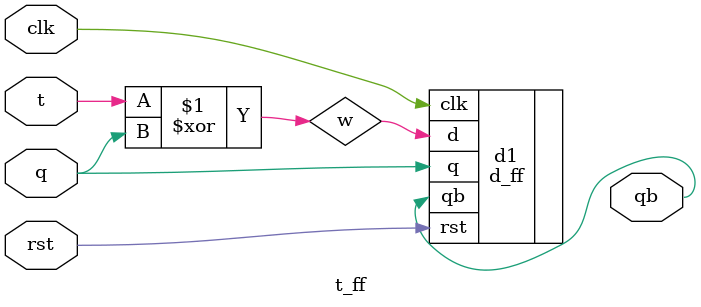
<source format=v>
module t_ff(t,clk,rst,q,qb);
input t,clk,rst;
inout q;
output qb;
wire w;
d_ff d1(.d(w),.clk(clk),.rst(rst),.q(q),.qb(qb));
xor x1(w,t,q);
endmodule

</source>
